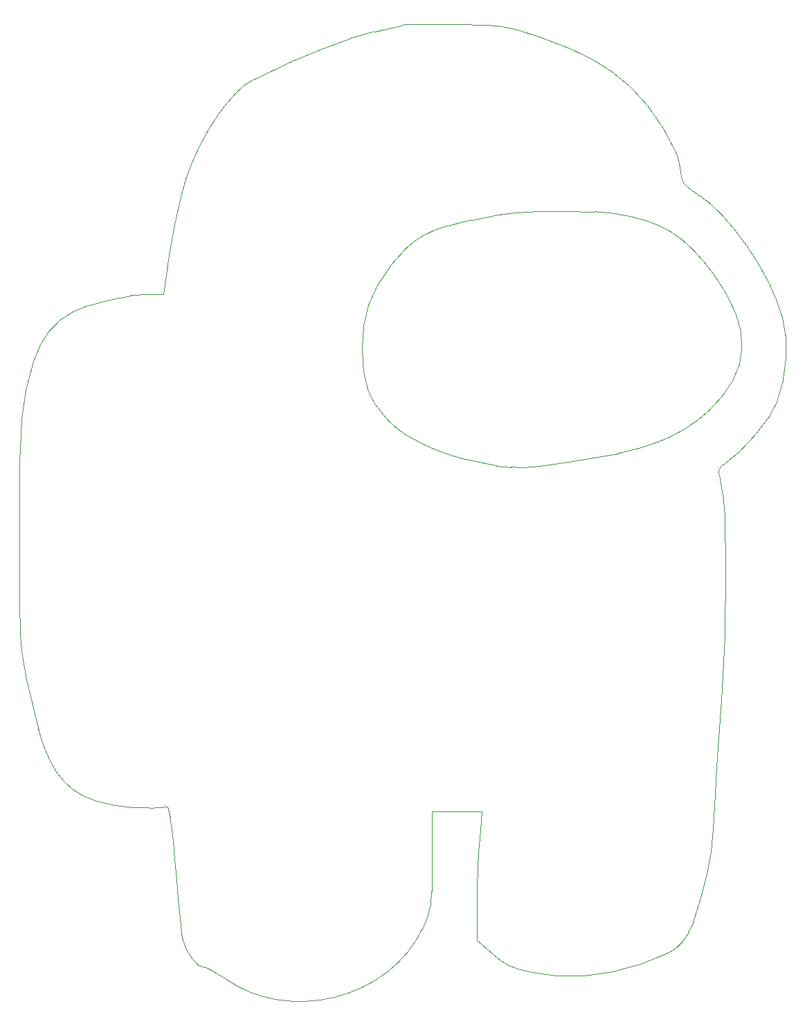
<source format=gbr>
%TF.GenerationSoftware,KiCad,Pcbnew,7.0.8*%
%TF.CreationDate,2023-11-08T08:48:14-05:00*%
%TF.ProjectId,Sleepduino,536c6565-7064-4756-996e-6f2e6b696361,rev?*%
%TF.SameCoordinates,Original*%
%TF.FileFunction,Profile,NP*%
%FSLAX46Y46*%
G04 Gerber Fmt 4.6, Leading zero omitted, Abs format (unit mm)*
G04 Created by KiCad (PCBNEW 7.0.8) date 2023-11-08 08:48:14*
%MOMM*%
%LPD*%
G01*
G04 APERTURE LIST*
%TA.AperFunction,Profile*%
%ADD10C,0.003000*%
%TD*%
G04 APERTURE END LIST*
D10*
X233774332Y-118321367D02*
X234100739Y-111844050D01*
X207837902Y-60099542D02*
X208597500Y-60001881D01*
X213605179Y-153397727D02*
G75*
G03*
X216969461Y-153385187I1591821J24237627D01*
G01*
X147851754Y-107719549D02*
X147959512Y-111545212D01*
X202108603Y-90160455D02*
G75*
G03*
X206214194Y-91000578I9303197J35011855D01*
G01*
X198367890Y-88884824D02*
G75*
G03*
X202108604Y-90160450I11108810J26453524D01*
G01*
X228855111Y-55810344D02*
G75*
G03*
X229105837Y-56438817I1801489J354444D01*
G01*
X179313120Y-156288651D02*
G75*
G03*
X186464218Y-155991382I2853080J17528351D01*
G01*
X168318306Y-150217181D02*
G75*
G03*
X169004153Y-151304783I5914694J2969781D01*
G01*
X170787994Y-152412908D02*
X171438249Y-152731023D01*
X157290733Y-132031130D02*
G75*
G03*
X159451329Y-132534316I6080267J21217430D01*
G01*
X231415422Y-142939604D02*
X232010664Y-140453942D01*
X239576185Y-85010422D02*
G75*
G03*
X240518326Y-83230270I-6832785J4755622D01*
G01*
X230228701Y-64555170D02*
G75*
G03*
X227561348Y-62413558I-9778101J-9446630D01*
G01*
X197130870Y-147650751D02*
X197834588Y-145994549D01*
X168254710Y-55860800D02*
G75*
G03*
X167616874Y-58084864I22804990J-7743700D01*
G01*
X204815181Y-60631442D02*
X206443584Y-60335062D01*
X195197522Y-64374343D02*
G75*
G03*
X193304365Y-66489362I11723878J-12398857D01*
G01*
X147828000Y-99568000D02*
X147851754Y-107719549D01*
X241186524Y-72876910D02*
G75*
G03*
X239466557Y-68511068I-24086724J-6967490D01*
G01*
X147959511Y-111545212D02*
G75*
G03*
X148213515Y-114233418I30852689J1559112D01*
G01*
X166430247Y-134883948D02*
G75*
G03*
X166278457Y-134048500I-6712447J-788052D01*
G01*
X232010664Y-140453942D02*
X232401242Y-138155488D01*
X165948461Y-132715000D02*
X166278457Y-134048500D01*
X233372108Y-124267295D02*
X233593937Y-120867483D01*
X150205143Y-123333995D02*
G75*
G03*
X151627634Y-127154498I20663257J5518495D01*
G01*
X193304369Y-66489365D02*
G75*
G03*
X191643489Y-68991422I19713531J-14888235D01*
G01*
X233730387Y-93552629D02*
X233433833Y-92132569D01*
X159451329Y-132534319D02*
G75*
G03*
X161737586Y-132830758I4129271J22882119D01*
G01*
X232956277Y-131191000D02*
X233147895Y-127889470D01*
X225730044Y-88203461D02*
G75*
G03*
X229167033Y-86563385I-6443844J17925261D01*
G01*
X170787997Y-152412901D02*
G75*
G03*
X170431121Y-152336500I-356897J-795399D01*
G01*
X205058436Y-37140641D02*
X201358500Y-37039885D01*
X228698286Y-54736825D02*
G75*
G03*
X228855096Y-55810347I10966214J1053625D01*
G01*
X223885664Y-151948950D02*
G75*
G03*
X227207917Y-150607046I-10384964J30494350D01*
G01*
X232889297Y-67736409D02*
G75*
G03*
X230228694Y-64555177I-23496197J-16947691D01*
G01*
X191432947Y-83579029D02*
G75*
G03*
X192900052Y-85409506I10712953J7083129D01*
G01*
X158882380Y-70693257D02*
X156358047Y-71387420D01*
X147889054Y-90478092D02*
X147828000Y-99568000D01*
X156358047Y-71387420D02*
G75*
G03*
X154438800Y-72170370I3975553J-12489080D01*
G01*
X152833147Y-73204126D02*
G75*
G03*
X151506915Y-74537298I5346353J-6644774D01*
G01*
X224469077Y-61023121D02*
G75*
G03*
X220512306Y-60141709I-7798377J-25685979D01*
G01*
X166856965Y-139083951D02*
X167050306Y-141539271D01*
X197202732Y-62897255D02*
G75*
G03*
X195197528Y-64374349I4994668J-8880045D01*
G01*
X222595272Y-44678243D02*
G75*
G03*
X220346294Y-42834800I-16095772J-17343057D01*
G01*
X148213514Y-114233418D02*
X148713664Y-117094000D01*
X151627639Y-127154496D02*
G75*
G03*
X153338163Y-129638975I9015561J4375996D01*
G01*
X220417205Y-152899616D02*
G75*
G03*
X223885665Y-151948952I-6085005J29003516D01*
G01*
X206736834Y-151531599D02*
G75*
G03*
X207677660Y-152104189I3475266J4650999D01*
G01*
X192871065Y-152904626D02*
G75*
G03*
X197130869Y-147650751I-8793465J11483526D01*
G01*
X161737586Y-132830753D02*
G75*
G03*
X163785306Y-132848767I1151314J14479353D01*
G01*
X233593937Y-120867483D02*
X233774332Y-118321367D01*
X195219783Y-37052224D02*
G75*
G03*
X194691000Y-37120919I57417J-2511476D01*
G01*
X221186851Y-89469869D02*
G75*
G03*
X225730043Y-88203459I-6357151J31588469D01*
G01*
X189793753Y-76708000D02*
G75*
G03*
X189955206Y-79457646I21950147J-90700D01*
G01*
X207025739Y-37325013D02*
G75*
G03*
X205058436Y-37140641I-2621139J-17380287D01*
G01*
X155647870Y-131380326D02*
G75*
G03*
X157290733Y-132031129I4128930J8023926D01*
G01*
X211248889Y-59849254D02*
X214778528Y-59833835D01*
X191643496Y-68991426D02*
G75*
G03*
X190579407Y-71323530I11433504J-6625674D01*
G01*
X234107694Y-96640421D02*
G75*
G03*
X233730386Y-93552629I-15654894J-345979D01*
G01*
X166430248Y-134883948D02*
X166641311Y-136798982D01*
X203835000Y-144473937D02*
X203835000Y-148993873D01*
X167616874Y-58084864D02*
X166859492Y-61523639D01*
X163596117Y-70040507D02*
G75*
G03*
X161470519Y-70199008I-17J-14331793D01*
G01*
X233622023Y-91167643D02*
G75*
G03*
X233422128Y-91558098I482777J-493557D01*
G01*
X211495259Y-91050219D02*
X209593066Y-91211533D01*
X241602013Y-75202720D02*
G75*
G03*
X241186523Y-72876910I-11263213J-812080D01*
G01*
X208786682Y-37716157D02*
G75*
G03*
X207025739Y-37325013I-3714682J-12564143D01*
G01*
X166168510Y-65169882D02*
X165717123Y-68230750D01*
X232208251Y-84272708D02*
G75*
G03*
X235126179Y-80580537I-10259251J11107008D01*
G01*
X234195766Y-104020361D02*
X234107696Y-96640421D01*
X166641311Y-136798982D02*
X166856965Y-139083951D01*
X208010785Y-91192056D02*
G75*
G03*
X209593066Y-91211532I964615J14084056D01*
G01*
X236240819Y-76657802D02*
G75*
G03*
X235489143Y-72406140I-10057219J414202D01*
G01*
X191262001Y-37914223D02*
G75*
G03*
X188368947Y-38725691I6920199J-30234877D01*
G01*
X206443584Y-60335062D02*
X207837902Y-60099542D01*
X197834596Y-145994552D02*
G75*
G03*
X198156762Y-144726224I-5606396J2099152D01*
G01*
X241243947Y-80723925D02*
G75*
G03*
X241612306Y-77934415I-20651347J4146125D01*
G01*
X228125287Y-52597496D02*
G75*
G03*
X226638308Y-49785928I-24589387J-11205804D01*
G01*
X165497810Y-70040500D02*
X163596117Y-70040500D01*
X214503000Y-90637506D02*
X211495259Y-91050219D01*
X198310500Y-133286500D02*
X201378375Y-133286500D01*
X227207917Y-150607045D02*
G75*
G03*
X228947541Y-149265067I-2165917J4606245D01*
G01*
X233147895Y-127889470D02*
X233372108Y-124267295D01*
X166859492Y-61523639D02*
X166168510Y-65169882D01*
X241612313Y-77934415D02*
G75*
G03*
X241602019Y-75202720I-19996413J1290515D01*
G01*
X194243969Y-37226532D02*
X193369406Y-37429382D01*
X169004141Y-151304793D02*
G75*
G03*
X169763741Y-152093716I4068559J3157193D01*
G01*
X204446251Y-133286500D02*
X204140625Y-136620250D01*
X236813070Y-64078513D02*
G75*
G03*
X233678459Y-60216282I-28362070J-19815687D01*
G01*
X208774019Y-152524999D02*
X210385664Y-152936646D01*
X169763756Y-152093698D02*
G75*
G03*
X170431121Y-152336500I667344J795698D01*
G01*
X217888768Y-41281718D02*
G75*
G03*
X215005296Y-39898066I-14087868J-25662182D01*
G01*
X201358500Y-37039885D02*
X199040784Y-37014186D01*
X221186851Y-89469870D02*
X214503000Y-90637506D01*
X190579402Y-71323528D02*
G75*
G03*
X189995164Y-73792475I12193798J-4189072D01*
G01*
X235930894Y-89303540D02*
G75*
G03*
X237879218Y-87216901I-20759494J21336340D01*
G01*
X172960465Y-153679572D02*
G75*
G03*
X179313122Y-156288639I8789435J12362472D01*
G01*
X198156767Y-144726225D02*
G75*
G03*
X198284159Y-143063872I-13168667J1845225D01*
G01*
X207677660Y-152104188D02*
G75*
G03*
X208774019Y-152524999I3010340J6204388D01*
G01*
X199040784Y-37014186D02*
X196963903Y-37021684D01*
X237879215Y-87216899D02*
G75*
G03*
X239576193Y-85010428I-22330115J18929699D01*
G01*
X235126169Y-80580532D02*
G75*
G03*
X236240820Y-76657802I-7609669J4282032D01*
G01*
X189995159Y-73792474D02*
G75*
G03*
X189793755Y-76708000I22349641J-3008626D01*
G01*
X204140625Y-136620250D02*
X204023185Y-138217019D01*
X220512306Y-60141708D02*
G75*
G03*
X218229038Y-59928149I-3260906J-22551392D01*
G01*
X181039544Y-41627025D02*
X176649518Y-43695852D01*
X233678465Y-60216277D02*
G75*
G03*
X230514062Y-57601529I-11862865J-11134423D01*
G01*
X220346294Y-42834801D02*
G75*
G03*
X217888770Y-41281715I-13830494J-19163799D01*
G01*
X203924777Y-140302442D02*
X203857255Y-142499762D01*
X163785306Y-132848768D02*
X165948461Y-132715000D01*
X165717123Y-68230750D02*
X165497810Y-70040500D01*
X199697273Y-61828828D02*
G75*
G03*
X197202733Y-62897256I3693827J-12070572D01*
G01*
X195217314Y-87270396D02*
G75*
G03*
X198367889Y-88884827I12180986J19889896D01*
G01*
X224686606Y-46956901D02*
G75*
G03*
X222595269Y-44678247I-15236006J-11884499D01*
G01*
X167050306Y-141539271D02*
X167246237Y-143993852D01*
X193369406Y-37429382D02*
X192338954Y-37667100D01*
X234155854Y-90735714D02*
G75*
G03*
X235930896Y-89303542I-6805954J10251414D01*
G01*
X204023185Y-138217019D02*
X203924777Y-140302442D01*
X198310500Y-139232780D02*
X198310500Y-133286500D01*
X230114128Y-147194060D02*
X231415422Y-142939604D01*
X194691000Y-37120919D02*
X194243969Y-37226532D01*
X201378375Y-133286500D02*
X204446251Y-133286500D01*
X172058517Y-48250246D02*
G75*
G03*
X169908233Y-51893265I24602283J-16977554D01*
G01*
X192900061Y-85409497D02*
G75*
G03*
X195217317Y-87270391I8440239J8136897D01*
G01*
X161470519Y-70199008D02*
X158882380Y-70693257D01*
X148713664Y-117094000D02*
X150205149Y-123333993D01*
X234100739Y-111844050D02*
X234195766Y-104020361D01*
X232685271Y-135378778D02*
X232956277Y-131191000D01*
X216969461Y-153385191D02*
G75*
G03*
X220417205Y-152899618I-1900761J25978991D01*
G01*
X230514062Y-57601529D02*
X229572821Y-56947528D01*
X190477857Y-81668330D02*
G75*
G03*
X191432947Y-83579029I8356843J2983230D01*
G01*
X149588419Y-78263403D02*
G75*
G03*
X148647032Y-81818398I29968081J-9837897D01*
G01*
X148647034Y-81818399D02*
G75*
G03*
X148130554Y-85444234I30408366J-6181201D01*
G01*
X203857255Y-142499762D02*
X203835000Y-144473937D01*
X153338163Y-129638975D02*
G75*
G03*
X155647871Y-131380324I6204237J5826775D01*
G01*
X192338954Y-37667100D02*
X191262000Y-37914219D01*
X233422130Y-91558098D02*
G75*
G03*
X233433833Y-92132569I1676470J-253202D01*
G01*
X189955214Y-79457645D02*
G75*
G03*
X190477861Y-81668329I10203386J1245145D01*
G01*
X167857571Y-149019927D02*
G75*
G03*
X168318306Y-150217182I6321829J1745527D01*
G01*
X169908233Y-51893265D02*
G75*
G03*
X168254711Y-55860800I28505667J-14208435D01*
G01*
X239466554Y-68511070D02*
G75*
G03*
X236813075Y-64078509I-32747654J-16593330D01*
G01*
X228947552Y-149265076D02*
G75*
G03*
X230114127Y-147194060I-5006352J4184076D01*
G01*
X148130554Y-85444234D02*
X147889054Y-90478092D01*
X184947392Y-39972095D02*
X181039544Y-41627025D01*
X227561352Y-62413551D02*
G75*
G03*
X224469078Y-61023118I-6956052J-11336249D01*
G01*
X167469702Y-146276588D02*
X167691888Y-148188345D01*
X240518318Y-83230267D02*
G75*
G03*
X241243948Y-80723925I-14578218J5578867D01*
G01*
X229105822Y-56438827D02*
G75*
G03*
X229572821Y-56947528I1649778J1045827D01*
G01*
X208010785Y-91192060D02*
X206214194Y-91000579D01*
X171438249Y-152731023D02*
X172190286Y-153165338D01*
X186464217Y-155991378D02*
G75*
G03*
X192871063Y-152904623I-4236717J16986078D01*
G01*
X188368947Y-38725691D02*
X184947392Y-39972095D01*
X205655563Y-150641604D02*
G75*
G03*
X206736839Y-151531592I10011937J11062004D01*
G01*
X232401242Y-138155488D02*
X232685271Y-135378778D01*
X229167039Y-86563396D02*
G75*
G03*
X232208256Y-84272714I-9871839J16270496D01*
G01*
X172190286Y-153165338D02*
X172960476Y-153679557D01*
X203137595Y-60958571D02*
X204815181Y-60631442D01*
X208597500Y-60001881D02*
X211248889Y-59849254D01*
X235489140Y-72406141D02*
G75*
G03*
X232889297Y-67736409I-21187940J-8737659D01*
G01*
X203137596Y-60958575D02*
G75*
G03*
X199697276Y-61828838I7115704J-35365025D01*
G01*
X215005296Y-39898066D02*
X211455000Y-38562528D01*
X234155848Y-90735705D02*
G75*
G03*
X233622012Y-91167632I2020352J-3042895D01*
G01*
X174408959Y-45346890D02*
G75*
G03*
X172058519Y-48250248I17762041J-16782510D01*
G01*
X211455000Y-38562528D02*
X208786684Y-37716150D01*
X167246237Y-143993852D02*
X167469702Y-146276588D01*
X150435554Y-76211835D02*
G75*
G03*
X149588422Y-78263404I13336946J-6707765D01*
G01*
X203835000Y-148993873D02*
X205655563Y-150641604D01*
X196963903Y-37021684D02*
X195219783Y-37052221D01*
X176649515Y-43695845D02*
G75*
G03*
X174408959Y-45346890I3450385J-7028155D01*
G01*
X198284160Y-143063872D02*
X198310500Y-139232780D01*
X226638308Y-49785927D02*
G75*
G03*
X224686607Y-46956900I-25111908J-15236573D01*
G01*
X154438799Y-72170367D02*
G75*
G03*
X152833145Y-73204124I4076101J-8094933D01*
G01*
X167691883Y-148188346D02*
G75*
G03*
X167857564Y-149019929I5789317J721146D01*
G01*
X210385665Y-152936643D02*
G75*
G03*
X213605179Y-153397723I4610735J20723943D01*
G01*
X228698294Y-54736824D02*
G75*
G03*
X228125287Y-52597496I-6674694J-641376D01*
G01*
X214778528Y-59833835D02*
X218229038Y-59928148D01*
X151506914Y-74537298D02*
G75*
G03*
X150435559Y-76211837I7551386J-6011302D01*
G01*
M02*

</source>
